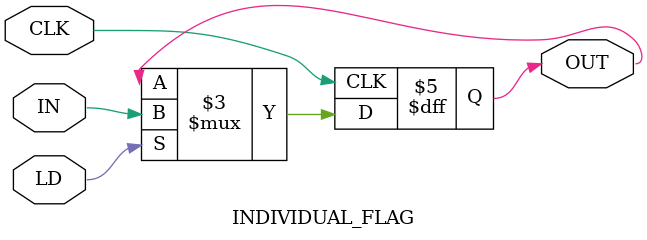
<source format=sv>
`timescale 1ns / 1ps


module INDIVIDUAL_FLAG(
    input logic LD,
    input logic CLK,
    input logic IN,
    output logic OUT
    );

always_ff @ (posedge CLK) begin
    if (LD == 1'b1) begin
        OUT <= IN;
    end
end
endmodule

</source>
